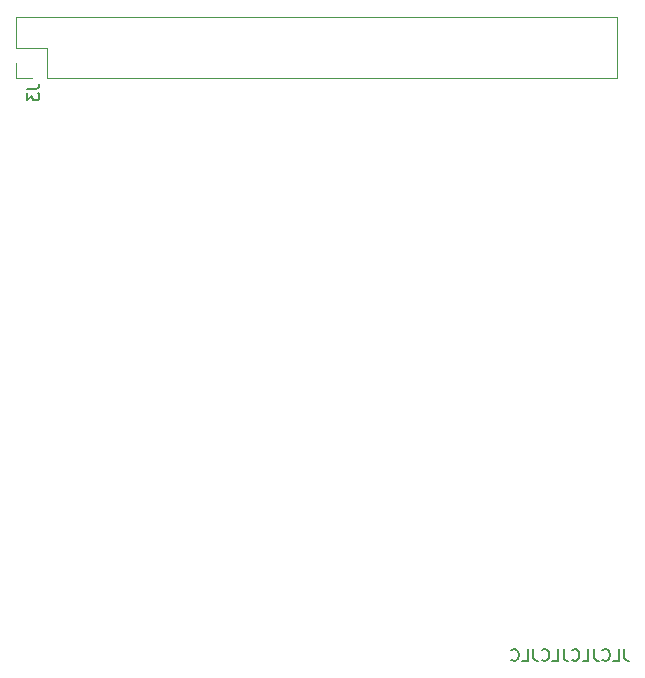
<source format=gbo>
%TF.GenerationSoftware,KiCad,Pcbnew,7.0.8*%
%TF.CreationDate,2023-10-23T01:27:40-07:00*%
%TF.ProjectId,motherboard,6d6f7468-6572-4626-9f61-72642e6b6963,1*%
%TF.SameCoordinates,Original*%
%TF.FileFunction,Legend,Bot*%
%TF.FilePolarity,Positive*%
%FSLAX46Y46*%
G04 Gerber Fmt 4.6, Leading zero omitted, Abs format (unit mm)*
G04 Created by KiCad (PCBNEW 7.0.8) date 2023-10-23 01:27:40*
%MOMM*%
%LPD*%
G01*
G04 APERTURE LIST*
%ADD10C,0.150000*%
%ADD11C,0.120000*%
G04 APERTURE END LIST*
D10*
X182257506Y-114439819D02*
X182257506Y-115154104D01*
X182257506Y-115154104D02*
X182305125Y-115296961D01*
X182305125Y-115296961D02*
X182400363Y-115392200D01*
X182400363Y-115392200D02*
X182543220Y-115439819D01*
X182543220Y-115439819D02*
X182638458Y-115439819D01*
X181305125Y-115439819D02*
X181781315Y-115439819D01*
X181781315Y-115439819D02*
X181781315Y-114439819D01*
X180400363Y-115344580D02*
X180447982Y-115392200D01*
X180447982Y-115392200D02*
X180590839Y-115439819D01*
X180590839Y-115439819D02*
X180686077Y-115439819D01*
X180686077Y-115439819D02*
X180828934Y-115392200D01*
X180828934Y-115392200D02*
X180924172Y-115296961D01*
X180924172Y-115296961D02*
X180971791Y-115201723D01*
X180971791Y-115201723D02*
X181019410Y-115011247D01*
X181019410Y-115011247D02*
X181019410Y-114868390D01*
X181019410Y-114868390D02*
X180971791Y-114677914D01*
X180971791Y-114677914D02*
X180924172Y-114582676D01*
X180924172Y-114582676D02*
X180828934Y-114487438D01*
X180828934Y-114487438D02*
X180686077Y-114439819D01*
X180686077Y-114439819D02*
X180590839Y-114439819D01*
X180590839Y-114439819D02*
X180447982Y-114487438D01*
X180447982Y-114487438D02*
X180400363Y-114535057D01*
X179686077Y-114439819D02*
X179686077Y-115154104D01*
X179686077Y-115154104D02*
X179733696Y-115296961D01*
X179733696Y-115296961D02*
X179828934Y-115392200D01*
X179828934Y-115392200D02*
X179971791Y-115439819D01*
X179971791Y-115439819D02*
X180067029Y-115439819D01*
X178733696Y-115439819D02*
X179209886Y-115439819D01*
X179209886Y-115439819D02*
X179209886Y-114439819D01*
X177828934Y-115344580D02*
X177876553Y-115392200D01*
X177876553Y-115392200D02*
X178019410Y-115439819D01*
X178019410Y-115439819D02*
X178114648Y-115439819D01*
X178114648Y-115439819D02*
X178257505Y-115392200D01*
X178257505Y-115392200D02*
X178352743Y-115296961D01*
X178352743Y-115296961D02*
X178400362Y-115201723D01*
X178400362Y-115201723D02*
X178447981Y-115011247D01*
X178447981Y-115011247D02*
X178447981Y-114868390D01*
X178447981Y-114868390D02*
X178400362Y-114677914D01*
X178400362Y-114677914D02*
X178352743Y-114582676D01*
X178352743Y-114582676D02*
X178257505Y-114487438D01*
X178257505Y-114487438D02*
X178114648Y-114439819D01*
X178114648Y-114439819D02*
X178019410Y-114439819D01*
X178019410Y-114439819D02*
X177876553Y-114487438D01*
X177876553Y-114487438D02*
X177828934Y-114535057D01*
X177114648Y-114439819D02*
X177114648Y-115154104D01*
X177114648Y-115154104D02*
X177162267Y-115296961D01*
X177162267Y-115296961D02*
X177257505Y-115392200D01*
X177257505Y-115392200D02*
X177400362Y-115439819D01*
X177400362Y-115439819D02*
X177495600Y-115439819D01*
X176162267Y-115439819D02*
X176638457Y-115439819D01*
X176638457Y-115439819D02*
X176638457Y-114439819D01*
X175257505Y-115344580D02*
X175305124Y-115392200D01*
X175305124Y-115392200D02*
X175447981Y-115439819D01*
X175447981Y-115439819D02*
X175543219Y-115439819D01*
X175543219Y-115439819D02*
X175686076Y-115392200D01*
X175686076Y-115392200D02*
X175781314Y-115296961D01*
X175781314Y-115296961D02*
X175828933Y-115201723D01*
X175828933Y-115201723D02*
X175876552Y-115011247D01*
X175876552Y-115011247D02*
X175876552Y-114868390D01*
X175876552Y-114868390D02*
X175828933Y-114677914D01*
X175828933Y-114677914D02*
X175781314Y-114582676D01*
X175781314Y-114582676D02*
X175686076Y-114487438D01*
X175686076Y-114487438D02*
X175543219Y-114439819D01*
X175543219Y-114439819D02*
X175447981Y-114439819D01*
X175447981Y-114439819D02*
X175305124Y-114487438D01*
X175305124Y-114487438D02*
X175257505Y-114535057D01*
X174543219Y-114439819D02*
X174543219Y-115154104D01*
X174543219Y-115154104D02*
X174590838Y-115296961D01*
X174590838Y-115296961D02*
X174686076Y-115392200D01*
X174686076Y-115392200D02*
X174828933Y-115439819D01*
X174828933Y-115439819D02*
X174924171Y-115439819D01*
X173590838Y-115439819D02*
X174067028Y-115439819D01*
X174067028Y-115439819D02*
X174067028Y-114439819D01*
X172686076Y-115344580D02*
X172733695Y-115392200D01*
X172733695Y-115392200D02*
X172876552Y-115439819D01*
X172876552Y-115439819D02*
X172971790Y-115439819D01*
X172971790Y-115439819D02*
X173114647Y-115392200D01*
X173114647Y-115392200D02*
X173209885Y-115296961D01*
X173209885Y-115296961D02*
X173257504Y-115201723D01*
X173257504Y-115201723D02*
X173305123Y-115011247D01*
X173305123Y-115011247D02*
X173305123Y-114868390D01*
X173305123Y-114868390D02*
X173257504Y-114677914D01*
X173257504Y-114677914D02*
X173209885Y-114582676D01*
X173209885Y-114582676D02*
X173114647Y-114487438D01*
X173114647Y-114487438D02*
X172971790Y-114439819D01*
X172971790Y-114439819D02*
X172876552Y-114439819D01*
X172876552Y-114439819D02*
X172733695Y-114487438D01*
X172733695Y-114487438D02*
X172686076Y-114535057D01*
X131714819Y-66976666D02*
X132429104Y-66976666D01*
X132429104Y-66976666D02*
X132571961Y-66929047D01*
X132571961Y-66929047D02*
X132667200Y-66833809D01*
X132667200Y-66833809D02*
X132714819Y-66690952D01*
X132714819Y-66690952D02*
X132714819Y-66595714D01*
X131714819Y-67357619D02*
X131714819Y-67976666D01*
X131714819Y-67976666D02*
X132095771Y-67643333D01*
X132095771Y-67643333D02*
X132095771Y-67786190D01*
X132095771Y-67786190D02*
X132143390Y-67881428D01*
X132143390Y-67881428D02*
X132191009Y-67929047D01*
X132191009Y-67929047D02*
X132286247Y-67976666D01*
X132286247Y-67976666D02*
X132524342Y-67976666D01*
X132524342Y-67976666D02*
X132619580Y-67929047D01*
X132619580Y-67929047D02*
X132667200Y-67881428D01*
X132667200Y-67881428D02*
X132714819Y-67786190D01*
X132714819Y-67786190D02*
X132714819Y-67500476D01*
X132714819Y-67500476D02*
X132667200Y-67405238D01*
X132667200Y-67405238D02*
X132619580Y-67357619D01*
D11*
%TO.C,J3*%
X181670000Y-60900000D02*
X181670000Y-66100000D01*
X130750000Y-60900000D02*
X181670000Y-60900000D01*
X130750000Y-60900000D02*
X130750000Y-63500000D01*
X133350000Y-63500000D02*
X133350000Y-66100000D01*
X130750000Y-63500000D02*
X133350000Y-63500000D01*
X130750000Y-64770000D02*
X130750000Y-66100000D01*
X133350000Y-66100000D02*
X181670000Y-66100000D01*
X130750000Y-66100000D02*
X132080000Y-66100000D01*
%TD*%
M02*

</source>
